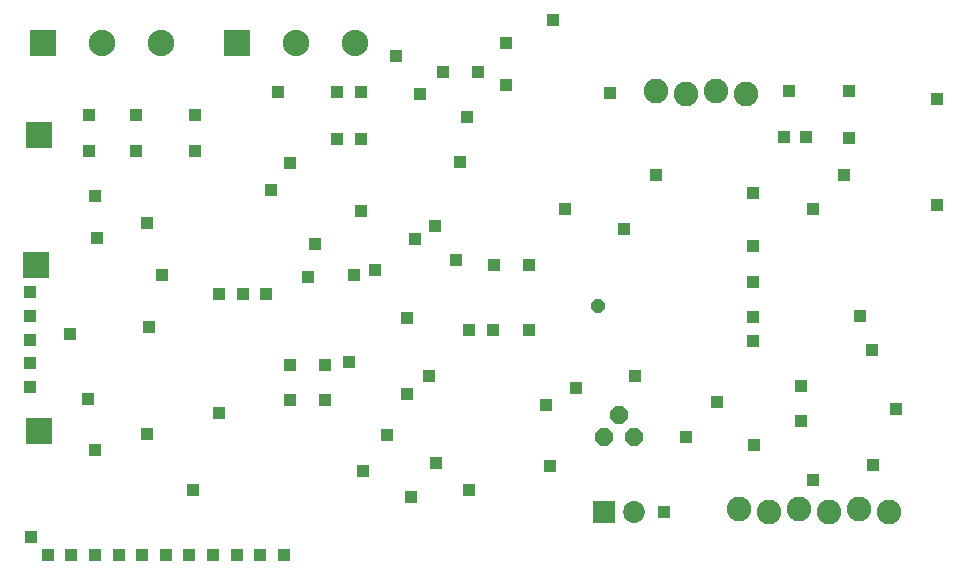
<source format=gbs>
G75*
G70*
%OFA0B0*%
%FSLAX24Y24*%
%IPPOS*%
%LPD*%
%AMOC8*
5,1,8,0,0,1.08239X$1,22.5*
%
%ADD10R,0.0730X0.0730*%
%ADD11C,0.0730*%
%ADD12OC8,0.0600*%
%ADD13C,0.0820*%
%ADD14R,0.0880X0.0880*%
%ADD15C,0.0880*%
%ADD16R,0.0440X0.0440*%
%ADD17R,0.0860X0.0860*%
%ADD18OC8,0.0440*%
D10*
X020296Y002160D03*
D11*
X021296Y002160D03*
D12*
X021296Y004660D03*
X020796Y005410D03*
X020296Y004660D03*
D13*
X024796Y002260D03*
X025796Y002160D03*
X026796Y002260D03*
X027796Y002160D03*
X028796Y002260D03*
X029796Y002160D03*
X025046Y016110D03*
X024046Y016210D03*
X023046Y016110D03*
X022046Y016210D03*
D14*
X008063Y017814D03*
X001597Y017814D03*
D15*
X003565Y017814D03*
X005534Y017814D03*
X010032Y017814D03*
X012000Y017814D03*
D16*
X001764Y000751D03*
X002551Y000751D03*
X003339Y000751D03*
X004126Y000751D03*
X004914Y000751D03*
X005701Y000751D03*
X006488Y000751D03*
X007276Y000751D03*
X008063Y000751D03*
X008851Y000751D03*
X009638Y000751D03*
X006607Y002916D03*
X005075Y004788D03*
X003339Y004254D03*
X003103Y005947D03*
X001173Y006341D03*
X001173Y007129D03*
X001173Y007916D03*
X001173Y008703D03*
X001173Y009491D03*
X002512Y008113D03*
X005154Y008331D03*
X007473Y009451D03*
X008260Y009451D03*
X009047Y009451D03*
X010425Y010003D03*
X010662Y011105D03*
X011986Y010085D03*
X012670Y010239D03*
X014008Y011262D03*
X014664Y011699D03*
X015372Y010558D03*
X016632Y010400D03*
X017813Y010400D03*
X019008Y012286D03*
X020977Y011617D03*
X022046Y013410D03*
X025256Y012810D03*
X027276Y012286D03*
X028296Y013410D03*
X028457Y014648D03*
X027046Y014660D03*
X026296Y014660D03*
X026488Y016223D03*
X028457Y016223D03*
X031410Y015947D03*
X031398Y012394D03*
X028823Y008691D03*
X029244Y007562D03*
X026882Y006380D03*
X026882Y005199D03*
X025296Y004410D03*
X027276Y003231D03*
X029274Y003731D03*
X030032Y005593D03*
X025268Y007877D03*
X025268Y008664D03*
X025268Y009845D03*
X025268Y011026D03*
X021331Y006695D03*
X019362Y006302D03*
X018376Y005730D03*
X018496Y003703D03*
X015796Y002910D03*
X014706Y003800D03*
X013063Y004727D03*
X012276Y003546D03*
X013866Y002660D03*
X011016Y005908D03*
X009835Y005908D03*
X009835Y007089D03*
X011016Y007089D03*
X011796Y007160D03*
X013733Y006105D03*
X014481Y006695D03*
X015821Y008247D03*
X016609Y008247D03*
X017790Y008247D03*
X013733Y008625D03*
X012197Y012207D03*
X009835Y013821D03*
X009205Y012916D03*
X006685Y014215D03*
X006685Y015396D03*
X004717Y015396D03*
X003142Y015396D03*
X003142Y014215D03*
X004717Y014215D03*
X003339Y012719D03*
X005075Y011796D03*
X003418Y011302D03*
X005583Y010081D03*
X011410Y014609D03*
X012197Y014609D03*
X012197Y016184D03*
X011410Y016184D03*
X009441Y016184D03*
X013378Y017365D03*
X014953Y016853D03*
X014166Y016105D03*
X015740Y015357D03*
X017046Y016410D03*
X016095Y016853D03*
X017040Y017798D03*
X018614Y018585D03*
X020504Y016144D03*
X015490Y013825D03*
X024086Y005830D03*
X023046Y004660D03*
X022296Y002160D03*
X007473Y005475D03*
X001213Y001341D03*
D17*
X001488Y004884D03*
X001370Y010396D03*
X001488Y014727D03*
D18*
X020106Y009040D03*
M02*

</source>
